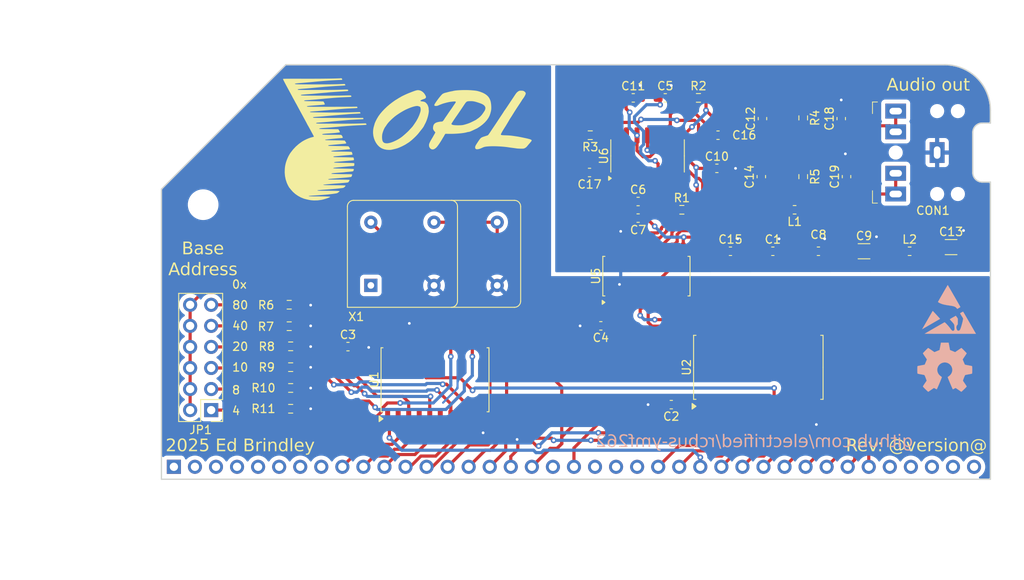
<source format=kicad_pcb>
(kicad_pcb (version 20241229) (generator "pcbnew") (generator_version "9.0")
  (title_block (title "RCBUS YMF262 sound card") (date "@date@") (rev "@version@") (comment 4 "AISLER Project ID: NAXDHHCF"))
  (layers (0 "F.Cu" signal "Front") (2 "B.Cu" signal "Back") (13 "F.Paste" user) (15 "B.Paste" user) (5 "F.SilkS" user "F.Silkscreen") (7 "B.SilkS" user "B.Silkscreen") (1 "F.Mask" user) (3 "B.Mask" user) (25 "Edge.Cuts" user))
  (net 0 "")
  (net 1 "VCC")
  (net 2 "GND")
  (net 3 "/CLK")
  (net 4 "/D0")
  (net 5 "/D1")
  (net 6 "/D2")
  (net 7 "/D3")
  (net 8 "/D4")
  (net 9 "/D5")
  (net 10 "/D6")
  (net 11 "/D7")
  (net 12 "/A1")
  (net 13 "/A4")
  (net 14 "/A3")
  (net 15 "/A2")
  (net 16 "/A5")
  (net 17 "/A6")
  (net 18 "/A7")
  (net 19 "/A0")
  (net 20 "/~{CS}")
  (net 21 "/~{RESET}")
  (net 22 "/~{WR}")
  (net 23 "/~{IORQ}")
  (net 24 "/~{RD}")
  (net 26 "/DAC_CLK")
  (net 27 "/~{INT}")
  (net 44 "/R")
  (net 45 "/L")
  (net 47 "/SMPBD")
  (net 48 "/DOAB")
  (net 49 "/SMPAC")
  (net 51 "Net-(U5-SWIN)")
  (net 53 "Net-(U5-AOUT)")
  (net 54 "Net-(U5-CV)")
  (net 55 "Net-(U6B--)")
  (net 56 "Net-(U5-MP)")
  (net 57 "Net-(U5-CH2)")
  (net 58 "Net-(U5-CH1)")
  (net 59 "+5V")
  (net 60 "+5VA")
  (net 61 "Net-(C8-Pad1)")
  (net 62 "Net-(C12-Pad2)")
  (net 63 "Net-(C14-Pad2)")
  (net 64 "Net-(U6C--)")
  (net 65 "Net-(U6D--)")
  (net 66 "Net-(C18-Pad1)")
  (net 67 "Net-(C19-Pad1)")
  (net 69 "Net-(JP1-Pin_1)")
  (net 70 "Net-(JP1-Pin_9)")
  (net 71 "Net-(JP1-Pin_7)")
  (net 72 "Net-(JP1-Pin_11)")
  (net 73 "Net-(JP1-Pin_3)")
  (net 74 "Net-(JP1-Pin_5)")
  (footprint "Capacitor_SMD:C_0603_1608Metric_Pad1.08x0.95mm_HandSolder" (layer "F.Cu") (at 122 155.5 180)
    (property "Reference" "C2")
    (property "Value" "0.1uF")
  )
  (footprint "Capacitor_SMD:C_0603_1608Metric_Pad1.08x0.95mm_HandSolder" (layer "F.Cu") (at 113.5 146 180)
    (property "Reference" "C4")
    (property "Value" "0.1uF")
  )
  (footprint "electrified:Headphone_Jack_3.5mm_5_pin" (layer "F.Cu") (at 149.069 125.095 180)
    (property "Reference" "CON1")
    (property "Value" "SJ1-3523N")
  )
  (footprint "Connector_PinHeader_2.54mm:PinHeader_2x06_P2.54mm_Vertical" (layer "F.Cu") (at 66.5 156.16 180)
    (property "Reference" "JP1")
    (property "Value" "BASE ADDRESS")
  )
  (footprint "electrified:Oscillator_DIP-8-14" (layer "F.Cu") (at 93.38 137.48)
    (property "Reference" "X1" (hide yes))
    (property "Value" "14.318MHz" (hide yes))
  )
  (footprint "MountingHole:MountingHole_3.2mm_M3" (layer "F.Cu") (at 65.532 131.382)
    (property "Reference" "H1" (hide yes))
    (property "Value" "MountingHole")
  )
  (footprint "electrified:PinHeader_1x39_P2.54mm_Vertical" (layer "F.Cu") (at 62 163 90)
    (property "Reference" "P1" (hide yes))
    (property "Value" "RC2014 BUS")
  )
  (footprint "Package_SO:SOIC-20W_7.5x12.8mm_P1.27mm" (layer "F.Cu") (at 93.5 152.5 90)
    (property "Reference" "U1")
    (property "Value" "74HCT688")
  )
  (footprint "Capacitor_SMD:C_0603_1608Metric_Pad1.08x0.95mm_HandSolder" (layer "F.Cu") (at 121.275 118.5)
    (property "Reference" "C5")
    (property "Value" "68pf")
  )
  (footprint "Capacitor_SMD:C_0603_1608Metric_Pad1.08x0.95mm_HandSolder" (layer "F.Cu") (at 118 131)
    (property "Reference" "C6")
    (property "Value" "10uF")
  )
  (footprint "Capacitor_SMD:C_0603_1608Metric_Pad1.08x0.95mm_HandSolder" (layer "F.Cu") (at 118 133 180)
    (property "Reference" "C7")
    (property "Value" "0.1uF")
  )
  (footprint "Package_SO:SOP-24_7.5x15.4mm_P1.27mm" (layer "F.Cu") (at 132.5 151 90)
    (property "Reference" "U2")
    (property "Value" "YMF262")
  )
  (footprint "Capacitor_SMD:C_0603_1608Metric_Pad1.08x0.95mm_HandSolder" (layer "F.Cu") (at 83 148.5)
    (property "Reference" "C3")
    (property "Value" "0.1uF")
  )
  (footprint "Inductor_SMD:L_0603_1608Metric_Pad1.05x0.95mm_HandSolder" (layer "F.Cu") (at 150.75 137)
    (property "Reference" "L2")
    (property "Value" "33uH")
  )
  (footprint "Package_SO:SOP-16_4.55x10.3mm_P1.27mm" (layer "F.Cu") (at 119 140 90)
    (property "Reference" "U5")
    (property "Value" "YAC512")
  )
  (footprint "Capacitor_SMD:C_0603_1608Metric_Pad1.08x0.95mm_HandSolder" (layer "F.Cu") (at 134.25 137)
    (property "Reference" "C1")
    (property "Value" "10nF")
  )
  (footprint "electrified:opl" (layer "F.Cu") (at 95.5 121)
    (property "Reference" "G2" (hide yes))
    (property "Value" "LOGO" (hide yes))
  )
  (footprint "Resistor_SMD:R_0603_1608Metric_Pad0.98x0.95mm_HandSolder" (layer "F.Cu") (at 76.0875 156 180)
    (property "Reference" "R11")
    (property "Value" "R_Small")
  )
  (footprint "Capacitor_SMD:C_0603_1608Metric_Pad1.08x0.95mm_HandSolder" (layer "F.Cu") (at 127.6375 123 180)
    (property "Reference" "C16")
    (property "Value" "470pF")
  )
  (footprint "Resistor_SMD:R_0603_1608Metric_Pad0.98x0.95mm_HandSolder" (layer "F.Cu") (at 137.9125 120.9125 -90)
    (property "Reference" "R4")
    (property "Value" "1K")
  )
  (footprint "Capacitor_SMD:C_0603_1608Metric_Pad1.08x0.95mm_HandSolder" (layer "F.Cu") (at 127.5 127)
    (property "Reference" "C10")
    (property "Value" "2.7nf")
  )
  (footprint "Resistor_SMD:R_0603_1608Metric_Pad0.98x0.95mm_HandSolder" (layer "F.Cu") (at 76.0875 153.49 180)
    (property "Reference" "R10")
    (property "Value" "R_Small")
  )
  (footprint "Resistor_SMD:R_0603_1608Metric_Pad0.98x0.95mm_HandSolder" (layer "F.Cu") (at 112.225 123 180)
    (property "Reference" "R3")
    (property "Value" "15k")
  )
  (footprint "Capacitor_SMD:C_0603_1608Metric_Pad1.08x0.95mm_HandSolder" (layer "F.Cu") (at 142.5 121 90)
    (property "Reference" "C18")
    (property "Value" "3.9nF")
  )
  (footprint "Resistor_SMD:R_0603_1608Metric_Pad0.98x0.95mm_HandSolder" (layer "F.Cu") (at 123.275 132)
    (property "Reference" "R1")
    (property "Value" "33")
  )
  (footprint "Resistor_SMD:R_0603_1608Metric_Pad0.98x0.95mm_HandSolder" (layer "F.Cu") (at 125.275 118.5)
    (property "Reference" "R2")
    (property "Value" "15k")
  )
  (footprint "Resistor_SMD:R_0603_1608Metric_Pad0.98x0.95mm_HandSolder" (layer "F.Cu") (at 76.0875 148.47 180)
    (property "Reference" "R8")
    (property "Value" "R_Small")
  )
  (footprint "Resistor_SMD:R_0603_1608Metric_Pad0.98x0.95mm_HandSolder" (layer "F.Cu") (at 75.9125 143.45 180)
    (property "Reference" "R6")
    (property "Value" "R_Small")
  )
  (footprint "Capacitor_SMD:C_0603_1608Metric_Pad1.08x0.95mm_HandSolder" (layer "F.Cu") (at 117.4125 118.5)
    (property "Reference" "C11")
    (property "Value" "2.7nf")
  )
  (footprint "Resistor_SMD:R_0603_1608Metric_Pad0.98x0.95mm_HandSolder" (layer "F.Cu") (at 75.9125 146.04 180)
    (property "Reference" "R7")
    (property "Value" "R_Small")
  )
  (footprint "Package_SO:SOIC-14_3.9x8.7mm_P1.27mm" (layer "F.Cu") (at 119.1375 125.5 90)
    (property "Reference" "U6")
    (property "Value" "TL074")
  )
  (footprint "electrified:adlib2" (layer "F.Cu") (at 79.636988 123.248512)
    (property "Reference" "G1" (hide yes))
    (property "Value" "LOGO" (hide yes))
  )
  (footprint "Capacitor_SMD:C_0603_1608Metric_Pad1.08x0.95mm_HandSolder" (layer "F.Cu") (at 132.8625 128 90)
    (property "Reference" "C14")
    (property "Value" "10uf")
  )
  (footprint "Capacitor_SMD:C_1206_3216Metric" (layer "F.Cu") (at 145.25 137)
    (property "Reference" "C9")
    (property "Value" "10uF")
  )
  (footprint "Resistor_SMD:R_0603_1608Metric_Pad0.98x0.95mm_HandSolder" (layer "F.Cu") (at 76.0875 150.98 180)
    (property "Reference" "R9")
    (property "Value" "R_Small")
  )
  (footprint "Capacitor_SMD:C_1206_3216Metric" (layer "F.Cu") (at 155.75 136.5)
    (property "Reference" "C13")
    (property "Value" "10uF")
  )
  (footprint "Capacitor_SMD:C_0603_1608Metric_Pad1.08x0.95mm_HandSolder" (layer "F.Cu") (at 143.1375 128 90)
    (property "Reference" "C19")
    (property "Value" "3.9nF")
  )
  (footprint "Capacitor_SMD:C_0603_1608Metric_Pad1.08x0.95mm_HandSolder" (layer "F.Cu") (at 133 121 90)
    (property "Reference" "C12")
    (property "Value" "10uf")
  )
  (footprint "Resistor_SMD:R_0603_1608Metric_Pad0.98x0.95mm_HandSolder" (layer "F.Cu") (at 137.9125 128 -90)
    (property "Reference" "R5")
    (property "Value" "1K")
  )
  (footprint "Capacitor_SMD:C_0603_1608Metric_Pad1.08x0.95mm_HandSolder" (layer "F.Cu") (at 129.1375 137)
    (property "Reference" "C15")
    (property "Value" "100nf")
  )
  (footprint "Capacitor_SMD:C_0603_1608Metric_Pad1.08x0.95mm_HandSolder" (layer "F.Cu") (at 139.75 137)
    (property "Reference" "C8")
    (property "Value" "100nF")
  )
  (footprint "Inductor_SMD:L_0603_1608Metric_Pad1.05x0.95mm_HandSolder" (layer "F.Cu") (at 136.875 132 180)
    (property "Reference" "L1")
    (property "Value" "BLM18PG221SN1D")
  )
  (footprint "Capacitor_SMD:C_0603_1608Metric_Pad1.08x0.95mm_HandSolder" (layer "F.Cu") (at 112.1375 127.5 180)
    (property "Reference" "C17")
    (property "Value" "470pF")
  )
  (footprint "Symbol:OSHW-Symbol_6.7x6mm_SilkScreen" (layer "B.Cu") (at 155 151 180)
    (property "Reference" "G3" (hide yes))
    (property "Value" "OSHW-Symbol_6.7x6mm_SilkScreen" (hide yes))
  )
  (footprint "Symbol:ESD-Logo_6.6x6mm_SilkScreen" (layer "B.Cu") (at 155.5 144 180)
    (property "Reference" "G4" (hide yes))
    (property "Value" "ESD-Logo_6.6x6mm_SilkScreen" (hide yes))
  )
  (gr_line (start 158.369 122.682) (end 158.369 127.508) (stroke (width 0.15)) (layer "Edge.Cuts"))
  (gr_line (start 160.5 121.539) (end 160.5 120) (stroke (width 0.15)) (layer "Edge.Cuts"))
  (gr_line (start 155 114.5) (end 75.5 114.5) (stroke (width 0.15)) (layer "Edge.Cuts"))
  (gr_arc (start 155 114.5) (mid 158.889087 116.110913) (end 160.5 120) (stroke (width 0.15)) (layer "Edge.Cuts"))
  (gr_line (start 160.5 121.539) (end 159.512 121.539) (stroke (width 0.15)) (layer "Edge.Cuts"))
  (gr_line (start 160.5 128.651) (end 159.512 128.651) (stroke (width 0.15)) (layer "Edge.Cuts"))
  (gr_line (start 60.5 129.5) (end 75.5 114.5) (stroke (width 0.15)) (layer "Edge.Cuts"))
  (gr_line (start 60.5 129.5) (end 60.5 164.5) (stroke (width 0.15)) (layer "Edge.Cuts"))
  (gr_arc (start 159.512 128.651) (mid 158.703777 128.316223) (end 158.369 127.508) (stroke (width 0.15)) (layer "Edge.Cuts"))
  (gr_line (start 160.5 164.5) (end 160.5 128.651) (stroke (width 0.15)) (layer "Edge.Cuts"))
  (gr_line (start 60.5 164.5) (end 160.5 164.5) (stroke (width 0.15)) (layer "Edge.Cuts"))
  (gr_arc (start 158.369 122.682) (mid 158.703777 121.873777) (end 159.512 121.539) (stroke (width 0.15)) (layer "Edge.Cuts"))
  (gr_text "Audio out" (at 153 117 0) (layer "F.SilkS") (effects (font (size 1.5 1.5))))
  (gr_text "Rev: @version@" (at 160.1 160.5 0) (layer "F.SilkS") (effects (font (size 1.5 1.5) (thickness 0.3)) (justify right)))
  (gr_text "2025 Ed Brindley" (at 61 160.5 0) (layer "F.SilkS") (effects (font (size 1.5 1.5) (thickness 0.3)) (justify left)))
  (gr_text "10" (at 70 151 0) (layer "F.SilkS") (effects (font (size 1 1))))
  (gr_text "Base\nAddress" (at 65.5 138 0) (layer "F.SilkS") (effects (font (size 1.5 1.5) (thickness 0.1875))))
  (gr_text "80" (at 70 143.5 0) (layer "F.SilkS") (effects (font (size 1 1))))
  (gr_text "20" (at 70 148.5 0) (layer "F.SilkS") (effects (font (size 1 1))))
  (gr_text "8" (at 69.5 153.75 0) (layer "F.SilkS") (effects (font (size 1 1))))
  (gr_text "4" (at 69.5 156.25 0) (layer "F.SilkS") (effects (font (size 1 1))))
  (gr_text "0x" (at 69.9 141 0) (layer "F.SilkS") (effects (font (size 1 1))))
  (gr_text "40" (at 70 146 0) (layer "F.SilkS") (effects (font (size 1 1))))
  (gr_text "github.com/electrified/rcbus-ymf262" (at 132 160 0) (layer "B.SilkS") (effects (font (size 1.5 1.5) (thickness 0.1875)) (justify mirror)))
  (segment (start 63.96 143.46) (end 63.96 156.16) (width 0.381) (layer "F.Cu") (net 1))
  (segment (start 82.1375 148.445604) (end 83.194104 147.389) (width 0.381) (layer "F.Cu") (net 1))
  (segment (start 82.1375 146.023948) (end 78.087552 141.974) (width 0.381) (layer "F.Cu") (net 1))
  (segment (start 100.95344 145.554) (end 91.69084 145.554) (width 0.381) (layer "F.Cu") (net 1))
  (segment (start 65.446 141.974) (end 63.96 143.46) (width 0.381) (layer "F.Cu") (net 1))
  (segment (start 111.18 157) (end 124.165 157) (width 0.381) (layer "F.Cu") (net 1))
  (segment (start 90.82084 144.684) (end 89.926001 144.684) (width 0.381) (layer "F.Cu") (net 1))
  (segment (start 108.785676 160.21225) (end 108.785676 153.386236) (width 0.381) (layer "F.Cu") (net 1))
  (segment (start 82.1375 148.5) (end 82.1375 146.023948) (width 0.381) (layer "F.Cu") (net 1))
  (segment (start 108.785676 153.386236) (end 100.95344 145.554) (width 0.381) (layer "F.Cu") (net 1))
  (segment (start 78.087552 141.974) (end 65.446 141.974) (width 0.381) (layer "F.Cu") (net 1))
  (segment (start 107.395324 160.784676) (end 108.211836 160.784676) (width 0.381) (layer "F.Cu") (net 1))
  (segment (start 107.394324 160.785676) (end 108.21225 160.785676) (width 0.381) (layer "F.Cu") (net 1))
  (segment (start 108.21225 160.785676) (end 108.785676 160.21225) (width 0.381) (layer "F.Cu") (net 1))
  (segment (start 108.784676 159.395324) (end 111.18 157) (width 0.381) (layer "F.Cu") (net 1))
  (segment (start 108.211836 160.784676) (end 108.784676 160.211836) (width 0.381) (layer "F.Cu") (net 1))
  (segment (start 122.8625 155.5) (end 125.365 155.5) (width 0.381) (layer "F.Cu") (net 1))
  (segment (start 87.785 146.825001) (end 87.785 147.85) (width 0.381) (layer "F.Cu") (net 1))
  (segment (start 105.18 163) (end 107.395324 160.784676) (width 0.381) (layer "F.Cu") (net 1))
  (segment (start 87.785 147.85) (end 87.785 135.525) (width 0.381) (layer "F.Cu") (net 1))
  (segment (start 124.165 157) (end 125.515 155.65) (width 0.381) (layer "F.Cu") (net 1))
  (segment (start 125.365 155.5) (end 125.515 155.65) (width 0.381) (layer "F.Cu") (net 1))
  (segment (start 87.324 147.389) (end 87.785 147.85) (width 0.381) (layer "F.Cu") (net 1))
  (segment (start 87.785 135.525) (end 85.76 133.5) (width 0.381) (layer "F.Cu") (net 1))
  (segment (start 105.18 163) (end 107.394324 160.785676) (width 0.381) (layer "F.Cu") (net 1))
  (segment (start 108.784676 160.211836) (end 108.784676 159.395324) (width 0.381) (layer "F.Cu") (net 1))
  (segment (start 83.194104 147.389) (end 87.324 147.389) (width 0.381) (layer "F.Cu") (net 1))
  (segment (start 89.926001 144.684) (end 87.785 146.825001) (width 0.381) (layer "F.Cu") (net 1))
  (segment (start 91.69084 145.554) (end 90.82084 144.684) (width 0.381) (layer "F.Cu") (net 1))
  (segment (start 76.825 146.04) (end 78.46 146.04) (width 0.381) (layer "F.Cu") (net 2))
  (segment (start 135.1125 137) (end 135.1125 135.6125) (width 0.381) (layer "F.Cu") (net 2))
  (segment (start 122.1375 118.5) (end 122.1375 117.1375) (width 0.381) (layer "F.Cu") (net 2))
  (segment (start 112.6375 146) (end 111 146) (width 0.381) (layer "F.Cu") (net 2))
  (segment (start 118.8625 131) (end 118.8625 131.220604) (width 0.381) (layer "F.Cu") (net 2))
  (segment (start 77 153.49) (end 78.49 153.49) (width 0.381) (layer "F.Cu") (net 2))
  (segment (start 78.49 153.49) (end 78.5 153.5) (width 0.381) (layer "F.Cu") (net 2))
  (segment (start 102.64 161.75) (end 103.49 160.9) (width 0.381) (layer "F.Cu") (net 2))
  (segment (start 157.225 134.525) (end 157.25 134.5) (width 0.381) (layer "F.Cu") (net 2))
  (segment (start 77 156) (end 78.5 156) (width 0.381) (layer "F.Cu") (net 2))
  (segment (start 139.485 155.65) (end 139.485 157.885) (width 0.381) (layer "F.Cu") (net 2))
  (segment (start 143.1375 125.3875) (end 143 125.25) (width 0.381) (layer "F.Cu") (net 2))
  (segment (start 76.825 143.45) (end 78.45 143.45) (width 0.381) (layer "F.Cu") (net 2))
  (segment (start 102.64 163) (end 102.64 161.75) (width 0.381) (layer "F.Cu") (net 2))
  (segment (start 122.1375 117.1375) (end 122 117) (width 0.381) (layer "F.Cu") (net 2))
  (segment (start 130 137) (end 130 135.5) (width 0.381) (layer "F.Cu") (net 2))
  (segment (start 146.725 137) (end 146.725 135.275) (width 0.381) (layer "F.Cu") (net 2))
  (segment (start 78.45 143.45) (end 78.5 143.5) (width 0.381) (layer "F.Cu") (net 2))
  (segment (start 118.8625 131.220604) (end 117.1375 132.945604) (width 0.381) (layer "F.Cu") (net 2))
  (segment (start 115.75 141) (end 115.75 143.175) (width 0.381) (layer "F.Cu") (net 2))
  (segment (start 78.48 150.98) (end 78.5 151) (width 0.381) (layer "F.Cu") (net 2))
  (segment (start 103.49 160.9) (end 103.49 159.79) (width 0.381) (layer "F.Cu") (net 2))
  (segment (start 77 150.98) (end 78.48 150.98) (width 0.381) (layer "F.Cu") (net 2))
  (segment (start 119.1375 123.025) (end 119.1375 124.7625) (width 0.381) (layer "F.Cu") (net 2))
  (segment (start 128.3625 127) (end 129.75 127) (width 0.381) (layer "F.Cu") (net 2))
  (segment (start 142.5 120.1375) (end 142.5 118.75) (width 0.381) (layer "F.Cu") (net 2))
  (segment (start 99.215 157.15) (end 99.215 158.815) (width 0.381) (layer "F.Cu") (net 2))
  (segment (start 115.75 143.175) (end 115.825 143.25) (width 0.381) (layer "F.Cu") (net 2))
  (segment (start 140.6125 135.6125) (end 140.5 135.5) (width 0.381) (layer "F.Cu") (net 2))
  (segment (start 143.1375 127.1375) (end 143.1375 125.3875) (width 0.381) (layer "F.Cu") (net 2))
  (segment (start 119.1375 124.7625) (end 119.1 124.8) (width 0.381) (layer "F.Cu") (net 2))
  (segment (start 121.1375 155.5) (end 119.2 155.5) (width 0.381) (layer "F.Cu") (net 2))
  (segment (start 90.325 147.85) (end 91.595 147.85) (width 0.381) (layer "F.Cu") (net 2))
  (segment (start 85.4 148.5) (end 85.5 148.6) (width 0.381) (layer "F.Cu") (net 2))
  (segment (start 115.9 133.7) (end 115.9 134.6) (width 0.381) (layer "F.Cu") (net 2))
  (segment (start 139.485 157.885) (end 139.5 157.9) (width 0.381) (layer "F.Cu") (net 2))
  (segment (start 116.6 133) (end 115.9 133.7) (width 0.381) (layer "F.Cu") (net 2))
  (segment (start 78.47 148.47) (end 78.5 148.5) (width 0.381) (layer "F.Cu") (net 2))
  (segment (start 91.595 147.85) (end 94.135 147.85) (width 0.381) (layer "F.Cu") (net 2))
  (segment (start 118.275 118.5) (end 118.275 117.025) (width 0.381) (layer "F.Cu") (net 2))
  (segment (start 78.46 146.04) (end 78.5 146) (width 0.381) (layer "F.Cu") (net 2))
  (segment (start 90.325 145.775) (end 90.4 145.7) (width 0.381) (layer "F.Cu") (net 2))
  (segment (start 117.1375 133) (end 116.6 133) (width 0.381) (layer "F.Cu") (net 2))
  (segment (start 146.725 135.275) (end 146.75 135.25) (width 0.381) (layer "F.Cu") (net 2))
  (segment (start 83.8625 148.5) (end 85.4 148.5) (width 0.381) (layer "F.Cu") (net 2))
  (segment (start 77 148.47) (end 78.47 148.47) (width 0.381) (layer "F.Cu") (net 2))
  (segment (start 140.6125 137) (end 140.6125 135.6125) (width 0.381) (layer "F.Cu") (net 2))
  (segment (start 90.325 147.85) (end 90.325 145.775) (width 0.381) (layer "F.Cu") (net 2))
  (segment (start 135.1125 135.6125) (end 135 135.5) (width 0.381) (layer "F.Cu") (net 2))
  (segment (start 103.49 159.79) (end 103.4 159.7) (width 0.381) (layer "F.Cu") (net 2))
  (segment (start 157.225 136.5) (end 157.225 134.525) (width 0.381) (layer "F.Cu") (net 2))
  (segment (start 118.275 117.025) (end 118.25 117) (width 0.381) (layer "F.Cu") (net 2))
  (segment (start 99.215 158.815) (end 99.3 158.9) (width 0.381) (layer "F.Cu") (net 2))
  (via (at 118.25 117) (size 0.6858) (drill 0.3302) (layers "F.Cu" "B.Cu") (net 2))
  (via (at 78.5 146) (size 0.6858) (drill 0.3302) (layers "F.Cu" "B.Cu") (net 2))
  (via (at 130 135.5) (size 0.6858) (drill 0.3302) (layers "F.Cu" "B.Cu") (net 2))
  (via (at 146.75 135.25) (size 0.6858) (drill 0.3302) (layers "F.Cu" "B.Cu") (net 2))
  (via (at 119.2 155.5) (size 0.6858) (drill 0.3302) (layers "F.Cu" "B.Cu") (net 2))
  (via (at 129.75 127) (size 0.6858) (drill 0.3302) (layers "F.Cu" "B.Cu") (net 2))
  (via (at 78.5 151) (size 0.6858) (drill 0.3302) (layers "F.Cu" "B.Cu") (net 2))
  (via (at 115.9 134.6) (size 0.6858) (drill 0.3302) (layers "F.Cu" "B.Cu") (net 2))
  (via (at 111 146) (size 0.6858) (drill 0.3302) (layers "F.Cu" "B.Cu") (net 2))
  (via (at 122 117) (size 0.6858) (drill 0.3302) (layers "F.Cu" "B.Cu") (net 2))
  (via (at 139.5 157.9) (size 0.6858) (drill 0.3302) (layers "F.Cu" "B.Cu") (net 2))
  (via (at 143 125.25) (size 0.6858) (drill 0.3302) (layers "F.Cu" "B.Cu") (net 2))
  (via (at 157.25 134.5) (size 0.6858) (drill 0.3302) (layers "F.Cu" "B.Cu") (net 2))
  (via (at 142.5 118.75) (size 0.6858) (drill 0.3302) (layers "F.Cu" "B.Cu") (net 2))
  (via (at 85.5 148.6) (size 0.6858) (drill 0.3302) (layers "F.Cu" "B.Cu") (net 2))
  (via (at 99.3 158.9) (size 0.6858) (drill 0.3302) (layers "F.Cu" "B.Cu") (net 2))
  (via (at 115.75 141) (size 0.6858) (drill 0.3302) (layers "F.Cu" "B.Cu") (net 2))
  (via (at 140.5 135.5) (size 0.6858) (drill 0.3302) (layers "F.Cu" "B.Cu") (net 2))
  (via (at 78.5 156) (size 0.6858) (drill 0.3302) (layers "F.Cu" "B.Cu") (net 2))
  (via (at 78.5 148.5) (size 0.6858) (drill 0.3302) (layers "F.Cu" "B.Cu") (net 2))
  (via (at 103.4 159.7) (size 0.6858) (drill 0.3302) (layers "F.Cu" "B.Cu") (net 2))
  (via (at 78.5 153.5) (size 0.6858) (drill 0.3302) (layers "F.Cu" "B.Cu") (net 2))
  (via (at 78.5 143.5) (size 0.6858) (drill 0.3302) (layers "F.Cu" "B.Cu") (net 2))
  (via (at 119.1 124.8) (size 0.6858) (drill 0.3302) (layers "F.Cu" "B.Cu") (net 2))
  (via (at 90.4 145.7) (size 0.6858) (drill 0.3302) (layers "F.Cu" "B.Cu") (net 2))
  (via (at 135 135.5) (size 0.6858) (drill 0.3302) (layers "F.Cu" "B.Cu") (net 2))
  (segment (start 115.9 140.85) (end 115.9 134.6) (width 0.381) (layer "B.Cu") (net 2))
  (segment (start 115.75 141) (end 115.9 140.85) (width 0.381) (layer "B.Cu") (net 2))
  (segment (start 114.576255 147.723745) (end 114.55251 147.7) (width 0.381) (layer "F.Cu") (net 3))
  (segment (start 101 137.3) (end 101 133.5) (width 0.381) (layer "F.Cu") (net 3))
  (segment (start 93.38 133.5) (end 101 133.5) (width 0.381) (layer "F.Cu") (net 3))
  (segment (start 124.2528 147.6122) (end 119.452596 147.6122) (width 0.381) (layer "F.Cu") (net 3))
  (segment (start 119.452596 147.6122) (end 118.476396 146.636) (width 0.381) (layer "F.Cu") (net 3))
  (segment (start 125.515 146.35) (end 124.2528 147.6122) (width 0.381) (layer "F.Cu") (net 3))
  (segment (start 111.4 147.7) (end 101 137.3) (width 0.381) (layer "F.Cu") (net 3))
  (segment (start 118.476396 146.636) (end 115.664 146.636) (width 0.381) (layer "F.Cu") (net 3))
  (segment (start 114.55251 147.7) (end 111.4 147.7) (width 0.381) (layer "F.Cu") (net 3))
  (segment (start 115.664 146.636) (end 114.576255 147.723745) (width 0.381) (layer "F.Cu") (net 3))
  (segment (start 132.153298 161) (end 136.945 156.208298) (width 0.381) (layer "F.Cu") (net 4))
  (segment (start 130.04 161) (end 132.153298 161) (width 0.381) (layer "F.Cu") (net 4))
  (segment (start 128.04 163) (end 130.04 161) (width 0.381) (layer "F.Cu") (net 4))
  (segment (start 133.160499 161.7045) (end 138.215 156.649999) (width 0.381) (layer "F.Cu") (net 5))
  (segment (start 130.58 163) (end 131.8755 161.7045) (width 0.381) (layer "F.Cu") (net 5))
  (segment (start 138.215 156.649999) (end 138.215 155.65) (width 0.381) (layer "F.Cu") (net 5))
  (segment (start 131.8755 161.7045) (end 133.160499 161.7045) (width 0.381) (layer "F.Cu") (net 5))
  (segment (start 137.3945 158.7255) (end 139.841934 158.7255) (width 0.381) (layer "F.Cu") (net 6))
  (segment (start 139.485 153.217566) (end 139.485 146.35) (width 0.381) (layer "F.Cu") (net 6))
  (segment (start 140.7255 157.841934) (end 140.7255 154.458066) (width 0.381) (layer "F.Cu") (net 6))
  (segment (start 140.7255 154.458066) (end 139.485 153.217566) (width 0.381) (layer "F.Cu") (net 6))
  (segment (start 139.841934 158.7255) (end 140.7255 157.841934) (width 0.381) (layer "F.Cu") (net 6))
  (segment (start 133.12 163) (end 137.3945 158.7255) (width 0.381) (layer "F.Cu") (net 6))
  (segment (start 141.3605 154.19504) (end 140.8415 153.67604) (width 0.381) (layer "F.Cu") (net 7))
  (segment (start 138.5955 144.9045) (end 138.215 145.285) (width 0.381) (layer "F.Cu") (net 7))
  (segment (start 140.10496 159.3605) (end 141.3605 158.10496) (width 0.381) (layer "F.Cu") (net 7))
  (segment (start 135.66 163) (end 139.2995 159.3605) (width 0.381) (layer "F.Cu") (net 7))
  (segment (start 138.215 145.285) (end 138.215 146.35) (width 0.381) (layer "F.Cu") (net 7))
  (segment (start 140.8415 153.67604) (end 140.8415 145.878202) (width 0.381) (layer "F.Cu") (net 7))
  (segment (start 139.2995 159.3605) (end 140.10496 159.3605) (width 0.381) (layer "F.Cu") (net 7))
  (segment (start 139.867798 144.9045) (end 138.5955 144.9045) (width 0.381) (layer "F.Cu") (net 7))
  (segment (start 140.8415 145.878202) (end 139.867798 144.9045) (width 0.381) (layer "F.Cu") (net 7))
  (segment (start 141.3605 158.10496) (end 141.3605 154.19504) (width 0.381) (layer "F.Cu") (net 7))
  (segment (start 136.945 145.350001) (end 136.945 146.35) (width 0.381) (layer "F.Cu") (net 8))
  (segment (start 141.9955 155.632014) (end 141.9955 153.932014) (width 0.381) (layer "F.Cu") (net 8))
  (segment (start 138.2 163) (end 142.1955 159.0045) (width 0.381) (layer "F.Cu") (net 8))
  (segment (start 141.4775 145.616176) (end 140.129824 144.2685) (width 0.381) (layer "F.Cu") (net 8))
  (segment (start 141.4775 153.414014) (end 141.4775 145.616176) (width 0.381) (layer "F.Cu") (net 8))
  (segment (start 141.9955 153.932014) (end 141.4775 153.414014) (width 0.381) (layer "F.Cu") (net 8))
  (segment (start 142.1955 159.0045) (end 142.1955 155.832014) (width 0.381) (layer "F.Cu") (net 8))
  (segment (start 140.129824 144.2685) (end 138.026501 144.2685) (width 0.381) (layer "F.Cu") (net 8))
  (segment (start 142.1955 155.832014) (end 141.9955 155.632014) (width 0.381) (layer "F.Cu") (net 8))
  (segment (start 138.026501 144.2685) (end 136.945 145.350001) (width 0.381) (layer "F.Cu") (net 8))
  (segment (start 137.391501 143.6335) (end 135.675 145.350001) (width 0.381) (layer "F.Cu") (net 9))
  (segment (start 142.1125 153.150988) (end 142.1125 145.35315) (width 0.381) (layer "F.Cu") (net 9))
  (segment (start 140.39285 143.6335) (end 137.391501 143.6335) (width 0.381) (layer "F.Cu") (net 9))
  (segment (start 142.8305 155.568988) (end 142.6305 155.368988) (width 0.381) (layer "F.Cu") (net 9))
  (segment (start 135.675 145.350001) (end 135.675 146.35) (width 0.381) (layer "F.Cu") (net 9))
  (segment (start 142.6305 155.368988) (end 142.6305 153.668988) (width 0.381) (layer "F.Cu") (net 9))
  (segment (start 142.6305 153.668988) (end 142.1125 153.150988) (width 0.381) (layer "F.Cu") (net 9))
  (segment (start 140.74 163) (end 142.8305 160.9095) (width 0.381) (layer "F.Cu") (net 9))
  (segment (start 142.1125 145.35315) (end 140.39285 143.6335) (width 0.381) (layer "F.Cu") (net 9))
  (segment (start 142.8305 160.9095) (end 142.8305 155.568988) (width 0.381) (layer "F.Cu") (net 9))
  (segment (start 136.756501 142.9985) (end 134.405 145.350001) (width 0.381) (layer "F.Cu") (net 10))
  (segment (start 143.28 145.622624) (end 140.655876 142.9985) (width 0.381) (layer "F.Cu") (net 10))
  (segment (start 144.13 162.15) (end 144.13 155.970462) (width 0.381) (layer "F.Cu") (net 10))
  (segment (start 134.405 145.350001) (end 134.405 146.35) (width 0.381) (layer "F.Cu") (net 10))
  (segment (start 143.28 163) (end 144.13 162.15) (width 0.381) (layer "F.Cu") (net 10))
  (segment (start 140.655876 142.9985) (end 136.756501 142.9985) (width 0.381) (layer "F.Cu") (net 10))
  (segment (start 144.13 155.970462) (end 143.28 155.120462) (width 0.381) (layer "F.Cu") (net 10))
  (segment (start 143.28 155.120462) (end 143.28 145.622624) (width 0.381) (layer "F.Cu") (net 10))
  (segment (start 145.82 163) (end 145.82 147.263184) (width 0.381) (layer "F.Cu") (net 11))
  (segment (start 140.920316 142.3635) (end 136.121501 142.3635) (width 0.381) (layer "F.Cu") (net 11))
  (segment (start 133.135 145.350001) (end 133.135 146.35) (width 0.381) (layer "F.Cu") (net 11))
  (segment (start 136.121501 142.3635) (end 133.135 145.350001) (width 0.381) (layer "F.Cu") (net 11))
  (segment (start 145.82 147.263184) (end 140.920316 142.3635) (width 0.381) (layer "F.Cu") (net 11))
  (segment (start 102.623986 158.2395) (end 104.40496 158.2395) (width 0.381) (layer "F.Cu") (net 12))
  (segment (start 104.40496 158.2395) (end 105.722236 159.556776) (width 0.381) (layer "F.Cu") (net 12))
  (segment (start 100.167986 160.9955) (end 101.3955 159.767986) (width 0.381) (layer "F.Cu") (net 12))
  (segment (start 101.3955 159.767986) (end 101.3955 159.467986) (width 0.381) (layer "F.Cu") (net 12))
  (segment (start 101.3955 159.467986) (end 102.623986 158.2395) (width 0.381) (layer "F.Cu") (net 12))
  (segment (start 130.595 155.65) (end 130.595 156.956036) (width 0.381) (layer "F.Cu") (net 12))
  (segment (start 97.56 163) (end 99.5645 160.9955) (width 0.381) (layer "F.Cu") (net 12))
  (segment (start 127.74426 159.806776) (end 112.3 159.806776) (width 0.381) (layer "F.Cu") (net 12))
  (segment (start 105.722236 159.556776) (end 107.556776 159.556776) (width 0.381) (layer "F.Cu") (net 12))
  (segment (start 107.556776 159.556776) (end 107.806776 159.806776) (width 0.381) (layer "F.Cu") (net 12))
  (segment (start 130.595 156.956036) (end 127.74426 159.806776) (width 0.381) (layer "F.Cu") (net 12))
  (segment (start 99.5645 160.9955) (end 100.167986 160.9955) (width 0.381) (layer "F.Cu") (net 12))
  (via (at 112.3 159.806776) (size 0.6858) (drill 0.3302) (layers "F.Cu" "B.Cu") (net 12))
  (via (at 107.806776 159.806776) (size 0.6858) (drill 0.3302) (layers "F.Cu" "B.Cu") (net 12))
  (segment (start 107.806776 159.806776) (end 112.3 159.806776) (width 0.381) (layer "B.Cu") (net 12))
  (segment (start 96.675 157.15) (end 96.675 158.61486) (width 0.381) (layer "F.Cu") (net 13))
  (segment (start 91.7955 161.7045) (end 90.5 163) (width 0.381) (layer "F.Cu") (net 13))
  (segment (start 96.675 158.61486) (end 93.58536 161.7045) (width 0.381) (layer "F.Cu") (net 13))
  (segment (start 93.58536 161.7045) (end 91.7955 161.7045) (width 0.381) (layer "F.Cu") (net 13))
  (segment (start 98.858066 159.7255) (end 99.641934 159.7255) (width 0.381) (layer "F.Cu") (net 14))
  (segment (start 97.062386 159.1255) (end 98.258066 159.1255) (width 0.381) (layer "F.Cu") (net 14))
  (segment (start 92.48 163) (end 93.187886 163) (width 0.381) (layer "F.Cu") (net 14))
  (segment (start 93.187886 163) (end 97.062386 159.1255) (width 0.381) (layer "F.Cu") (net 14))
  (segment (start 100.1255 159.241934) (end 100.1255 151.4255) (width 0.381) (layer "F.Cu") (net 14))
  (segment (start 98.258066 159.1255) (end 98.858066 159.7255) (width 0.381) (layer "F.Cu") (net 14))
  (segment (start 99.641934 159.7255) (end 100.1255 159.241934) (width 0.381) (layer "F.Cu") (net 14))
  (segment (start 100.1255 151.4255) (end 99.215 150.515) (width 0.381) (layer "F.Cu") (net 14))
  (segment (start 99.215 150.515) (end 99.215 147.85) (width 0.381) (layer "F.Cu") (net 14))
  (segment (start 97.120501 146.3795) (end 96.675 146.825001) (width 0.381) (layer "F.Cu") (net 15))
  (segment (start 100.7605 159.20496) (end 102.135 157.83046) (width 0.381) (layer "F.Cu") (net 15))
  (segment (start 102.135 157.83046) (end 102.135 147.902994) (width 0.381) (layer "F.Cu") (net 15))
  (segment (start 95.02 163) (end 97.6595 160.3605) (width 0.381) (layer "F.Cu") (net 15))
  (segment (start 97.6595 160.3605) (end 99.90496 160.3605) (width 0.381) (layer "F.Cu") (net 15))
  (segment (start 99.90496 160.3605) (end 100.7605 159.50496) (width 0.381) (layer "F.Cu") (net 15))
  (segment (start 100.7605 159.50496) (end 100.7605 159.20496) (width 0.381) (layer "F.Cu") (net 15))
  (segment (start 100.611506 146.3795) (end 97.120501 146.3795) (width 0.381) (layer "F.Cu") (net 15))
  (segment (start 96.675 146.825001) (end 96.675 147.85) (width 0.381) (layer "F.Cu") (net 15))
  (segment (start 102.135 147.902994) (end 100.611506 146.3795) (width 0.381) (layer "F.Cu") (net 15))
  (segment (start 94 158.601974) (end 91.081974 161.52) (width 0.381) (layer "F.Cu") (net 16))
  (segment (start 91.081974 161.52) (end 88.88 161.52) (width 0.381) (layer "F.Cu") (net 16))
  (segment (start 94.135 157.15) (end 94 157.285) (width 0.381) (layer "F.Cu") (net 16))
  (segment (start 88.88 161.52) (end 87.4 163) (width 0.381) (layer "F.Cu") (net 16))
  (segment (start 94 157.285) (end 94 158.601974) (width 0.381) (layer "F.Cu") (net 16))
  (segment (start 91.46 158.824999) (end 89.399999 160.885) (width 0.381) (layer "F.Cu") (net 17))
  (segment (start 86.1555 161.7045) (end 84.86 163) (width 0.381) (layer "F.Cu") (net 17))
  (segment (start 89.399999 160.885) (end 88.616974 160.885) (width 0.381) (layer "F.Cu") (net 17))
  (segment (start 91.595 157.15) (end 91.46 157.285) (width 0.381) (layer "F.Cu") (net 17))
  (segment (start 87.797474 161.7045) (end 86.1555 161.7045) (width 0.381) (layer "F.Cu") (net 17))
  (segment (start 88.616974 160.885) (end 87.797474 161.7045) (width 0.381) (layer "F.Cu") (net 17))
  (segment (start 91.46 157.285) (end 91.46 158.824999) (width 0.381) (layer "F.Cu") (net 17))
  (segment (start 89.055 157.15) (end 89.055 159.558552) (width 0.381) (layer "F.Cu") (net 18))
  (segment (start 85.0326 160.2874) (end 82.32 163) (width 0.381) (layer "F.Cu") (net 18))
  (segment (start 89.055 159.558552) (end 88.326152 160.2874) (width 0.381) (layer "F.Cu") (net 18))
  (segment (start 88.326152 160.2874) (end 85.0326 160.2874) (width 0.381) (layer "F.Cu") (net 18))
  (segment (start 105.767434 160.5) (end 106 160.5) (width 0.381) (layer "F.Cu") (net 19))
  (segment (start 102.0305 159.867419) (end 103.023419 158.8745) (width 0.381) (layer "F.Cu") (net 19))
  (segment (start 129.325 155.65) (end 129.325 157.175) (width 0.381) (layer "F.Cu") (net 19))
  (segment (start 102.0305 161.0695) (end 102.0305 159.867419) (width 0.381) (layer "F.Cu") (net 19))
  (segment (start 100.1 163) (end 102.0305 161.0695) (width 0.381) (layer "F.Cu") (net 19))
  (segment (start 129.325 157.175) (end 127.6 158.9) (width 0.381) (layer "F.Cu") (net 19))
  (segment (start 104.141934 158.8745) (end 105.767434 160.5) (width 0.381) (layer "F.Cu") (net 19))
  (segment (start 127.6 158.9) (end 113.2 158.9) (width 0.381) (layer "F.Cu") (net 19))
  (segment (start 103.023419 158.8745) (end 104.141934 158.8745) (width 0.381) (layer "F.Cu") (net 19))
  (via (at 113.2 158.9) (size 0.6858) (drill 0.3302) (layers "F.Cu" "B.Cu") (net 19))
  (via (at 106 160.5) (size 0.6858) (drill 0.3302) (layers "F.Cu" "B.Cu") (net 19))
  (segment (start 107.6 158.9) (end 113.2 158.9) (width 0.381) (layer "B.Cu") (net 19))
  (segment (start 106 160.5) (end 107.6 158.9) (width 0.381) (layer "B.Cu") (net 19))
  (segment (start 96.504299 152.255961) (end 98.030945 153.782607) (width 0.381) (layer "F.Cu") (net 20))
  (segment (start 89.055 148.874999) (end 92.435962 152.255961) (width 0.381) (layer "F.Cu") (net 20))
  (segment (start 89.055 147.85) (end 89.055 148.874999) (width 0.381) (layer "F.Cu") (net 20))
  (segment (start 92.435962 152.255961) (end 96.504299 152.255961) (width 0.381) (layer "F.Cu") (net 20))
  (segment (start 134.405 153.5) (end 134.405 155.65) (width 0.381) (layer "F.Cu") (net 20))
  (via (at 134.405 153.5) (size 0.6858) (drill 0.3302) (layers "F.Cu" "B.Cu") (net 20))
  (via (at 98.030945 153.782607) (size 0.6858) (drill 0.3302) (layers "F.Cu" "B.Cu") (net 20))
  (segment (start 98.313552 153.5) (end 134.405 153.5) (width 0.381) (layer "B.Cu") (net 20))
  (segment (start 98.030945 153.782607) (end 98.313552 153.5) (width 0.381) (layer "B.Cu") (net 20))
  (segment (start 125.236934 157.0955) (end 127.9045 157.0955) (width 0.381) (layer "F.Cu") (net 21))
  (segment (start 124.506934 157.8255) (end 125.236934 157.0955) (width 0.381) (layer "F.Cu") (net 21))
  (segment (start 110.26 160.726448) (end 113.160948 157.8255) (width 0.381) (layer "F.Cu") (net 21))
  (segment (start 113.160948 157.8255) (end 124.506934 157.8255) (width 0.381) (layer "F.Cu") (net 21))
  (segment (start 110.26 163) (end 110.26 160.726448) (width 0.381) (layer "F.Cu") (net 21))
  (segment (start 128.055 156.945) (end 128.055 155.65) (width 0.381) (layer "F.Cu") (net 21))
  (segment (start 127.9045 157.0955) (end 128.055 156.945) (width 0.381) (layer "F.Cu") (net 21))
  (segment (start 127.241578 160.73) (end 127.784999 160.73) (width 0.381) (layer "F.Cu") (net 22))
  (segment (start 120.42 163) (end 122.978224 160.441776) (width 0.381) (layer "F.Cu") (net 22))
  (segment (start 127.784999 160.73) (end 131.865 156.649999) (width 0.381) (layer "F.Cu") (net 22))
  (segment (start 131.865 156.649999) (end 131.865 155.65) (width 0.381) (layer "F.Cu") (net 22))
  (segment (start 126.953354 160.441776) (end 127.241578 160.73) (width 0.381) (layer "F.Cu") (net 22))
  (segment (start 122.978224 160.441776) (end 126.953354 160.441776) (width 0.381) (layer "F.Cu") (net 22))
  (segment (start 88 159.5) (end 88 157.365) (width 0.381) (layer "F.Cu") (net 23))
  (segment (start 88 157.365) (end 87.785 157.15) (width 0.381) (layer "F.Cu") (net 23))
  (segment (start 125.5 163) (end 125.5 161.864176) (width 0.381) (layer "F.Cu") (net 23))
  (via (at 88 159.5) (size 0.6858) (drill 0.3302) (layers "F.Cu" "B.Cu") (net 23))
  (via (at 125.5 161.864176) (size 0.6858) (drill 0.3302) (layers "F.Cu" "B.Cu") (net 23))
  (segment (start 106.613552 161) (end 124.635824 161) (width 0.381) (layer "B.Cu") (net 23))
  (segment (start 105.673848 161.2874) (end 106.326152 161.2874) (width 0.381) (layer "B.Cu") (net 23))
  (segment (start 106.326152 161.2874) (end 106.613552 161) (width 0.381) (layer "B.Cu") (net 23))
  (segment (start 89.5 161) (end 105.386448 161) (width 0.381) (layer "B.Cu") (net 23))
  (segment (start 105.386448 161) (end 105.673848 161.2874) (width 0.381) (layer "B.Cu") (net 23))
  (segment (start 124.635824 161) (end 125.5 161.864176) (width 0.381) (layer "B.Cu") (net 23))
  (segment (start 88 159.5) (end 89.5 161) (width 0.381) (layer "B.Cu") (net 23))
  (segment (start 122.96 163) (end 124.883224 161.076776) (width 0.381) (layer "F.Cu") (net 24))
  (segment (start 133.135 156.649999) (end 133.135 155.65) (width 0.381) (layer "F.Cu") (net 24))
  (segment (start 126.690328 161.076776) (end 127.318052 161.7045) (width 0.381) (layer "F.Cu") (net 24))
  (segment (start 124.883224 161.076776) (end 126.690328 161.076776) (width 0.381) (layer "F.Cu") (net 24))
  (segment (start 127.318052 161.7045) (end 128.080499 161.7045) (width 0.381) (layer "F.Cu") (net 24))
  (segment (start 128.080499 161.7045) (end 133.135 156.649999) (width 0.381) (layer "F.Cu") (net 24))
  (segment (start 123.359212 146.0374) (end 119.673848 146.0374) (width 0.381) (layer "F.Cu") (net 26))
  (segment (start 126.339499 144.9045) (end 124.492112 144.9045) (width 0.381) (layer "F.Cu") (net 26))
  (segment (start 126.785 146.35) (end 126.785 145.350001) (width 0.381) (layer "F.Cu") (net 26))
  (segment (start 119.673848 146.0374) (end 119.2126 145.576152) (width 0.381) (layer "F.Cu") (net 26))
  (segment (start 126.785 145.350001) (end 126.339499 144.9045) (width 0.381) (layer "F.Cu") (net 26))
  (segment (start 124.492112 144.9045) (end 123.359212 146.0374) (width 0.381) (layer "F.Cu") (net 26))
  (segment (start 119.2126 143.6724) (end 119.635 143.25) (width 0.381) (layer "F.Cu") (net 26))
  (segment (start 119.2126 145.576152) (end 119.2126 143.6724) (width 0.381) (layer "F.Cu") (net 26))
  (segment (start 125.2874 123.54358) (end 125.2874 121.673848) (width 0.381) (layer "F.Cu") (net 44))
  (segment (start 112.233 122.0795) (end 114.382 122.0795) (width 0.381) (layer "F.Cu") (net 44))
  (segment (start 114.382 122.0795) (end 115.3275 123.025) (width 0.381) (layer "F.Cu") (net 44))
  (segment (start 124.826152 121.2126) (end 122.679208 121.2126) (width 0.381) (layer "F.Cu") (net 44))
  (segment (start 122.679208 121.2126) (end 122.6724 121.205792) (width 0.381) (layer "F.Cu") (net 44))
  (segment (start 115.3275 122.050001) (end 115.917167 121.460334) (width 0.381) (layer "F.Cu") (net 44))
  (segment (start 115.917167 121.460334) (end 117.991522 121.460334) (width 0.381) (layer "F.Cu") (net 44))
  (segment (start 111.275 127.5) (end 111.275 123.0375) (width 0.381) (layer "F.Cu") (net 44))
  (segment (start 127.82332 126.0795) (end 125.2874 123.54358) (width 0.381) (layer "F.Cu") (net 44))
  (segment (start 115.3275 123.025) (end 115.3275 122.050001) (width 0.381) (layer "F.Cu") (net 44))
  (segment (start 132.8625 128.8625) (end 130.0795 126.0795) (width 0.381) (layer "F.Cu") (net 44))
  (segment (start 111.3125 123) (end 112.233 122.0795) (width 0.381) (layer "F.Cu") (net 44))
  (segment (start 130.0795 126.0795) (end 127.82332 126.0795) (width 0.381) (layer "F.Cu") (net 44))
  (segment (start 125.2874 121.673848) (end 124.826152 121.2126) (width 0.381) (layer "F.Cu") (net 44))
  (segment (start 117.991522 121.460334) (end 118.3501 121.101756) (width 0.381) (layer "F.Cu") (net 44))
  (via (at 122.6724 121.205792) (size 0.6858) (drill 0.3302) (layers "F.Cu" "B.Cu") (net 44))
  (via (at 118.3501 121.101756) (size 0.6858) (drill 0.3302) (layers "F.Cu" "B.Cu") (net 44))
  (segment (start 122.6724 121.205792) (end 122.568364 121.101756) (width 0.381) (layer "B.Cu") (net 44))
  (segment (start 122.568364 121.101756) (end 118.3501 121.101756) (width 0.381) (layer "B.Cu") (net 44))
  (segment (start 131 123) (end 132.1375 121.8625) (width 0.381) (layer "F.Cu") (net 45))
  (segment (start 132.1375 121.8625) (end 133 121.8625) (width 0.381) (layer "F.Cu") (net 45))
  (segment (start 128.5 123) (end 128.5 122.3125) (width 0.381) (layer "F.Cu") (net 45))
  (segment (start 122.9475 123.025) (end 123.475 123.025) (width 0.381) (layer "F.Cu") (net 45))
  (segment (start 128.5 122.3125) (end 126.1875 120) (width 0.381) (layer "F.Cu") (net 45))
  (segment (start 123.475 123.025) (end 124.5 122) (width 0.381) (layer "F.Cu") (net 45))
  (segment (start 126.1875 120) (end 126.1875 118.5) (width 0.381) (layer "F.Cu") (net 45))
  (segment (start 128.5 123) (end 131 123) (width 0.381) (layer "F.Cu") (net 45))
  (via (at 126.1875 120) (size 0.6858) (drill 0.3302) (layers "F.Cu" "B.Cu") (net 45))
  (via (at 124.5 122) (size 0.6858) (drill 0.3302) (layers "F.Cu" "B.Cu") (net 45))
  (segment (start 124.5 122) (end 126.1875 120.3125) (width 0.381) (layer "B.Cu") (net 45))
  (segment (start 126.1875 120.3125) (end 126.1875 120) (width 0.381) (layer "B.Cu") (net 45))
  (segment (start 131.865 146.35) (end 131.865 145.350001) (width 0.381) (layer "F.Cu") (net 47))
  (segment (start 127.014999 140.5) (end 123.75 140.5) (width 0.381) (layer "F.Cu") (net 47))
  (segment (start 131.865 145.350001) (end 127.014999 140.5) (width 0.381) (layer "F.Cu") (net 47))
  (segment (start 122.25 142) (end 122.25 143.175) (width 0.381) (layer "F.Cu") (net 47))
  (segment (start 123.75 140.5) (end 122.25 142) (width 0.381) (layer "F.Cu") (net 47))
  (segment (start 122.25 143.175) (end 122.175 143.25) (width 0.381) (layer "F.Cu") (net 47))
  (segment (start 128.244499 144.2695) (end 124.229086 144.2695) (width 0.381) (layer "F.Cu") (net 48))
  (segment (start 123.248586 145.25) (end 120 145.25) (width 0.381) (layer "F.Cu") (net 48))
  (segment (start 118.25 143.365) (end 118.365 143.25) (width 0.381) (layer "F.Cu") (net 48))
  (segment (start 129.325 145.350001) (end 128.244499 144.2695) (width 0.381) (layer "F.Cu") (net 48))
  (segment (start 124.229086 144.2695) (end 123.248586 145.25) (width 0.381) (layer "F.Cu") (net 48))
  (segment (start 118.25 144.75) (end 118.25 143.365) (width 0.381) (layer "F.Cu") (net 48))
  (segment (start 129.325 146.35) (end 129.325 145.350001) (width 0.381) (layer "F.Cu") (net 48))
  (via (at 118.25 144.75) (size 0.6858) (drill 0.3302) (layers "F.Cu" "B.Cu") (net 48))
  (via (at 120 145.25) (size 0.6858) (drill 0.3302) (layers "F.Cu" "B.Cu") (net 48))
  (segment (start 118.75 145.25) (end 118.25 144.75) (width 0.381) (layer "B.Cu") (net 48))
  (segment (start 120 145.25) (end 118.75 145.25) (width 0.381) (layer "B.Cu") (net 48))
  (segment (start 123.445 142.055) (end 123.445 143.25) (width 0.381) (layer "F.Cu") (net 49))
  (segment (start 126.462099 141.2171) (end 124.2829 141.2171) (width 0.381) (layer "F.Cu") (net 49))
  (segment (start 130.595 145.350001) (end 126.462099 141.2171) (width 0.381) (layer "F.Cu") (net 49))
  (segment (start 124.2829 141.2171) (end 123.445 142.055) (width 0.381) (layer "F.Cu") (net 49))
  (segment (start 130.595 146.35) (end 130.595 145.350001) (width 0.381) (layer "F.Cu") (net 49))
  (segment (start 122.3625 133.527896) (end 122.3625 132) (width 0.381) (layer "F.Cu") (net 51))
  (segment (start 120.162601 135.4224) (end 120.589178 135.4224) (width 0.381) (layer "F.Cu") (net 51))
  (segment (start 119.635 136.75) (end 119.635 135.950001) (width 0.381) (layer "F.Cu") (net 51))
  (segment (start 119.635 135.950001) (end 120.162601 135.4224) (width 0.381) (layer "F.Cu") (net 51))
  (segment (start 120.589178 135.4224) (end 121.4426 134.568978) (width 0.381) (layer "F.Cu") (net 51))
  (segment (start 121.4426 134.447796) (end 122.3625 133.527896) (width 0.381) (layer "F.Cu") (net 51))
  (segment (start 121.4426 134.568978) (end 121.4426 134.447796) (width 0.381) (layer "F.Cu") (net 51))
  (segment (start 120.5 118.5875) (end 120.655691 118.743191) (width 0.381) (layer "F.Cu") (net 53))
  (segment (start 120.4075 127.975) (end 120.4075 126.449216) (width 0.381) (layer "F.Cu") (net 53))
  (segment (start 120.8076 134.305952) (end 120.8076 134.18477) (width 0.381) (layer "F.Cu") (net 53))
  (segment (start 121.135 133.85737) (end 121.135 130.236974) (width 0.381) (layer "F.Cu") (net 53))
  (segment (start 118.365 135.950001) (end 119.527601 134.7874) (width 0.381) (layer "F.Cu") (net 53))
  (segment (start 120.8076 134.18477) (end 121.135 133.85737) (width 0.381) (layer "F.Cu") (net 53))
  (segment (start 120.326152 134.7874) (end 120.8076 134.305952) (width 0.381) (layer "F.Cu") (net 53))
  (segment (start 120.4075 129.509474) (end 120.4075 127.975) (width 0.381) (layer "F.Cu") (net 53))
  (segment (start 119.527601 134.7874) (end 120.326152 134.7874) (width 0.381) (layer "F.Cu") (net 53))
  (segment (start 118.365 136.75) (end 118.365 135.950001) (width 0.381) (layer "F.Cu") (net 53))
  (segment (start 121.135 130.236974) (end 120.4075 129.509474) (width 0.381) (layer "F.Cu") (net 53))
  (segment (start 120.4075 126.449216) (end 120.042694 126.08441) (width 0.381) (layer "F.Cu") (net 53))
  (segment (start 120.655691 118.743191) (end 120.655691 119.325156) (width 0.381) (layer "F.Cu") (net 53))
  (via (at 120.655691 119.325156) (size 0.6858) (drill 0.3302) (layers "F.Cu" "B.Cu") (net 53))
  (via (at 120.042694 126.08441) (size 0.6858) (drill 0.3302) (layers "F.Cu" "B.Cu") (net 53))
  (segment (start 117.5627 121.427908) (end 118.6549 122.520108) (width 0.381) (layer "B.Cu") (net 53))
  (segment (start 120.655691 119.325156) (end 119.013148 119.325156) (width 0.381) (layer "B.Cu") (net 53))
  (segment (start 119.270858 126.08441) (end 120.042694 126.08441) (width 0.381) (layer "B.Cu") (net 53))
  (segment (start 118.3126 125.126152) (end 119.270858 126.08441) (width 0.381) (layer "B.Cu") (net 53))
  (segment (start 118.6549 122.520108) (end 118.6549 124.131548) (width 0.381) (layer "B.Cu") (net 53))
  (segment (start 118.6549 124.131548) (end 118.3126 124.473848) (width 0.381) (layer "B.Cu") (net 53))
  (segment (start 118.3126 124.473848) (end 118.3126 125.126152) (width 0.381) (layer "B.Cu") (net 53))
  (segment (start 117.5627 120.775604) (end 117.5627 121.427908) (width 0.381) (layer "B.Cu") (net 53))
  (segment (start 119.013148 119.325156) (end 117.5627 120.775604) (width 0.381) (layer "B.Cu") (net 53))
  (segment (start 117.1375 131) (end 115.557398 131) (width 0.381) (layer "F.Cu") (net 54))
  (segment (start 117.8675 130.27) (end 117.1375 131) (width 0.381) (layer "F.Cu") (net 54))
  (segment (start 114.555 136.75) (end 114.555 132.002398) (width 0.381) (layer "F.Cu") (net 54))
  (segment (start 117.8675 127.975) (end 117.8675 130.27) (width 0.381) (layer "F.Cu") (net 54))
  (segment (start 115.557398 131) (end 114.555 132.002398) (width 0.381) (layer "F.Cu") (net 54))
  (segment (start 122.9475 130.76) (end 124.1875 132) (width 0.381) (layer "F.Cu") (net 55))
  (segment (start 122.9475 127.975) (end 122.9475 130.76) (width 0.381) (layer "F.Cu") (net 55))
  (segment (start 121.6775 127.975) (end 122.9475 127.975) (width 0.381) (layer "F.Cu") (net 55))
  (segment (start 115.3275 127.975) (end 112.4 130.9025) (width 0.381) (layer "F.Cu") (net 56))
  (segment (start 112.4 130.9025) (end 112.4 138.5) (width 0.381) (layer "F.Cu") (net 56))
  (segment (start 112.4 138.5) (end 116.144999 138.5) (width 0.381) (layer "F.Cu") (net 56))
  (segment (start 116.144999 138.5) (end 117.095 137.549999) (width 0.381) (layer "F.Cu") (net 56))
  (segment (start 117.095 137.549999) (end 117.095 136.75) (width 0.381) (layer "F.Cu") (net 56))
  (segment (start 115.3275 127.975) (end 116.5975 127.975) (width 0.381) (layer "F.Cu") (net 56))
  (segment (start 120.4075 123.57632) (end 121.27668 124.4455) (width 0.381) (layer "F.Cu") (net 57))
  (segment (start 126.6375 127) (end 125.1 127) (width 0.381) (layer "F.Cu") (net 57))
  (segment (start 122.0776 134.710822) (end 122.910822 133.8776) (width 0.381) (layer "F.Cu") (net 57))
  (segment (start 122.910822 133.8776) (end 123.76989 133.8776) (width 0.381) (layer "F.Cu") (net 57))
  (segment (start 122.0776 135.095) (end 122.0776 134.710822) (width 0.381) (layer "F.Cu") (net 57))
  (segment (start 123.76989 133.8776) (end 125.1205 132.52699) (width 0.381) (layer "F.Cu") (net 57))
  (segment (start 122.5455 124.4455) (end 125 126.9) (width 0.381) (layer "F.Cu") (net 57))
  (segment (start 125.1205 132.52699) (end 125.1205 129.1205) (width 0.381) (layer "F.Cu") (net 57))
  (segment (start 121.27668 124.4455) (end 122.5455 124.4455) (width 0.381) (layer "F.Cu") (net 57))
  (segment (start 120.905 136.75) (end 120.905 136.2676) (width 0.381) (layer "F.Cu") (net 57))
  (segment (start 125.1205 129.1205) (end 125 129) (width 0.381) (layer "F.Cu") (net 57))
  (segment (start 120.905 136.2676) (end 122.0776 135.095) (width 0.381) (layer "F.Cu") (net 57))
  (segment (start 125.1 127) (end 125 126.9) (width 0.381) (layer "F.Cu") (net 57))
  (via (at 125 129) (size 0.6858) (drill 0.3302) (layers "F.Cu" "B.Cu") (net 57))
  (via (at 125 126.9) (size 0.6858) (drill 0.3302) (layers "F.Cu" "B.Cu") (net 57))
  (segment (start 125 129) (end 125 126.9) (width 0.381) (layer "B.Cu") (net 57))
  (segment (start 121.87432 125.0805) (end 121.013654 125.0805) (width 0.381) (layer "F.Cu") (net 58))
  (segment (start 116.55 119.806769) (end 116.984423 120.241192) (width 0.381) (layer "F.Cu") (net 58))
  (segment (start 122.175 136.370516) (end 122.7126 135.832916) (width 0.381) (layer "F.Cu") (net 58))
  (segment (start 117.8675 124.865526) (end 117.8675 123.025) (width 0.381) (layer "F.Cu") (net 58))
  (segment (start 121.013654 125.0805) (end 120.89618 124.963026) (width 0.381) (layer "F.Cu") (net 58))
  (segment (start 125.7874 132.758116) (end 125.7874 128.673848) (width 0.381) (layer "F.Cu") (net 58))
  (segment (start 125.7874 128.673848) (end 125.326152 128.2126) (width 0.381) (layer "F.Cu") (net 58))
  (segment (start 122.7126 134.973848) (end 123.173848 134.5126) (width 0.381) (layer "F.Cu") (net 58))
  (segment (start 123.173848 134.5126) (end 124.032916 134.5126) (width 0.381) (layer "F.Cu") (net 58))
  (segment (start 120.89618 124.963026) (end 120.050526 124.963026) (width 0.381) (layer "F.Cu") (net 58))
  (segment (start 120.050526 124.963026) (end 119.426152 125.5874) (width 0.381) (layer "F.Cu") (net 58))
  (segment (start 118.589374 125.5874) (end 117.8675 124.865526) (width 0.381) (layer "F.Cu") (net 58))
  (segment (start 119.426152 125.5874) (end 118.589374 125.5874) (width 0.381) (layer "F.Cu") (net 58))
  (segment (start 125.00642 128.2126) (end 121.87432 125.0805) (width 0.381) (layer "F.Cu") (net 58))
  (segment (start 122.7126 135.832916) (end 122.7126 134.973848) (width 0.381) (layer "F.Cu") (net 58))
  (segment (start 125.326152 128.2126) (end 125.00642 128.2126) (width 0.381) (layer "F.Cu") (net 58))
  (segment (start 116.55 118.5) (end 116.55 119.806769) (width 0.381) (layer "F.Cu") (net 58))
  (segment (start 124.032916 134.5126) (end 125.7874 132.758116) (width 0.381) (layer "F.Cu") (net 58))
  (via (at 116.984423 120.241192) (size 0.6858) (drill 0.3302) (layers "F.Cu" "B.Cu") (net 58))
  (via (at 117.8675 123.025) (size 0.6858) (drill 0.3302) (layers "F.Cu" "B.Cu") (net 58))
  (segment (start 117.8675 123.025) (end 116.9277 122.0852) (width 0.381) (layer "B.Cu") (net 58))
  (segment (start 116.9277 120.297915) (end 116.984423 120.241192) (width 0.381) (layer "B.Cu") (net 58))
  (segment (start 116.9277 122.0852) (end 116.9277 120.297915) (width 0.381) (layer "B.Cu") (net 58))
  (segment (start 133.3875 134.6125) (end 136 132) (width 0.381) (layer "F.Cu") (net 59))
  (segment (start 133.3875 137) (end 133.3875 134.6125) (width 0.381) (layer "F.Cu") (net 59))
  (segment (start 154.275 137.725) (end 154.275 136.5) (width 0.381) (layer "F.Cu") (net 60))
  (segment (start 128.275 137) (end 127.3 137) (width 0.381) (layer "F.Cu") (net 60))
  (segment (start 119.8455 132.017) (end 118.8625 133) (width 0.381) (layer "F.Cu") (net 60))
  (segment (start 153.5 138.5) (end 154.275 137.725) (width 0.381) (layer "F.Cu") (net 60))
  (segment (start 117.095 144.872434) (end 117.095 143.805) (width 0.381) (layer "F.Cu") (net 60))
  (segment (start 123.445 137.549999) (end 123.445 135.355) (width 0.381) (layer "F.Cu") (net 60))
  (segment (start 149.875 137) (end 149.875 137.875) (width 0.381) (layer "F.Cu") (net 60))
  (segment (start 117.4955 142.0045) (end 117.095 142.405) (width 0.381) (layer "F.Cu") (net 60))
  (segment (start 114.3625 146) (end 114.3625 143.4425) (width 0.381) (layer "F.Cu") (net 60))
  (segment (start 149.875 137) (end 148.5295 138.3455) (width 0.381) (layer "F.Cu") (net 60))
  (segment (start 119 133) (end 120 134) (width 0.381) (layer "F.Cu") (net 60))
  (segment (start 120.03582 142.0045) (end 117.4955 142.0045) (width 0.381) (layer "F.Cu") (net 60))
  (segment (start 115.967434 146) (end 117.095 144.872434) (width 0.381) (layer "F.Cu") (net 60))
  (segment (start 125.6 135.3) (end 123.5 135.3) (width 0.381) (layer "F.Cu") (net 60))
  (segment (start 120.905 140.089999) (end 123.445 137.549999) (width 0.381) (layer "F.Cu") (net 60))
  (segment (start 150.5 138.5) (end 153.5 138.5) (width 0.381) (layer "F.Cu") (net 60))
  (segment (start 120.905 143.25) (end 120.905 140.089999) (width 0.381) (layer "F.Cu") (net 60))
  (segment (start 148.5295 138.3455) (end 129.6205 138.3455) (width 0.381) (layer "F.Cu") (net 60))
  (segment (start 120.905 142.87368) (end 120.03582 142.0045) (width 0.381) (layer "F.Cu") (net 60))
  (segment (start 114.3625 146) (end 115.967434 146) (width 0.381) (layer "F.Cu") (net 60))
  (segment (start 114.3625 143.4425) (end 114.555 143.25) (width 0.381) (layer "F.Cu") (net 60))
  (segment (start 127.3 137) (end 125.6 135.3) (width 0.381) (layer "F.Cu") (net 60))
  (segment (start 119.1375 129.76501) (end 119.8455 130.47301) (width 0.381) (layer "F.Cu") (net 60))
  (segment (start 149.875 137.875) (end 150.5 138.5) (width 0.381) (layer "F.Cu") (net 60))
  (segment (start 129.6205 138.3455) (end 128.275 137) (width 0.381) (layer "F.Cu") (net 60))
  (segment (start 119.1375 127.975) (end 119.1375 129.76501) (width 0.381) (layer "F.Cu") (net 60))
  (segment (start 119.8455 130.47301) (end 119.8455 132.017) (width 0.381) (layer "F.Cu") (net 60))
  (segment (start 120.905 143.25) (end 120.905 142.87368) (width 0.381) (layer "F.Cu") (net 60))
  (segment (start 117.095 142.405) (end 117.095 143.25) (width 0.381) (layer "F.Cu") (net 60))
  (segment (start 123.445 135.355) (end 123.5 135.3) (width 0.381) (layer "F.Cu") (net 60))
  (via (at 123.5 135.3) (size 0.6858) (drill 0.3302) (layers "F.Cu" "B.Cu") (net 60))
  (via (at 120 134) (size 0.6858) (drill 0.3302) (layers "F.Cu" "B.Cu") (net 60))
  (segment (start 120 134) (end 121.3 135.3) (width 0.381) (layer "B.Cu") (net 60))
  (segment (start 121.3 135.3) (end 123.5 135.3) (width 0.381) (layer "B.Cu") (net 60))
  (segment (start 137.75 135.8625) (end 138.8875 137) (width 0.381) (layer "F.Cu") (net 61))
  (segment (start 150.715 135.615) (end 151.625 136.525) (width 0.381) (layer "F.Cu") (net 61))
  (segment (start 148.228552 135.615) (end 150.715 135.615) (width 0.381) (layer "F.Cu") (net 61))
  (segment (start 147.076152 134.4626) (end 148.228552 135.615) (width 0.381) (layer "F.Cu") (net 61))
  (segment (start 140.173848 134.7126) (end 138.8875 135.998948) (width 0.381) (layer "F.Cu") (net 61))
  (segment (start 151.625 136.525) (end 151.625 137) (width 0.381) (layer "F.Cu") (net 61))
  (segment (start 143.775 137) (end 146.3124 134.4626) (width 0.381) (layer "F.Cu") (net 61))
  (segment (start 143.775 137) (end 141.4876 134.7126) (width 0.381) (layer "F.Cu") (net 61))
  (segment (start 138.8875 135.998948) (end 138.8875 137) (width 0.381) (layer "F.Cu") (net 61))
  (segment (start 141.4876 134.7126) (end 140.173848 134.7126) (width 0.381) (layer "F.Cu") (net 61))
  (segment (start 137.75 132) (end 137.75 135.8625) (width 0.381) (layer "F.Cu") (net 61))
  (segment (start 146.3124 134.4626) (end 147.076152 134.4626) (width 0.381) (layer "F.Cu") (net 61))
  (segment (start 137.9125 120) (end 133.1375 120) (width 0.381) (layer "F.Cu") (net 62))
  (segment (start 132.8625 127.1375) (end 137.8625 127.1375) (width 0.381) (layer "F.Cu") (net 63))
  (segment (start 121.885 121.763026) (end 121.885 120.49) (width 0.381) (layer "F.Cu") (net 64))
  (segment (start 126.775 122.263422) (end 126.775 123) (width 0.381) (layer "F.Cu") (net 64))
  (segment (start 124.3625 118.5) (end 124.3625 119.850922) (width 0.381) (layer "F.Cu") (net 64))
  (segment (start 121.6775 121.970526) (end 121.885 121.763026) (width 0.381) (layer "F.Cu") (net 64))
  (segment (start 121.6775 123.025) (end 121.6775 121.970526) (width 0.381) (layer "F.Cu") (net 64))
  (segment (start 123.875 118.5) (end 124.3625 118.5) (width 0.381) (layer "F.Cu") (net 64))
  (segment (start 124.3625 119.850922) (end 126.775 122.263422) (width 0.381) (layer "F.Cu") (net 64))
  (segment (start 121.885 120.49) (end 123.875 118.5) (width 0.381) (layer "F.Cu") (net 64))
  (segment (start 113.1375 123) (end 113.1375 127.3625) (width 0.381) (layer "F.Cu") (net 65))
  (segment (start 115.72832 124.4455) (end 114.583 124.4455) (width 0.381) (layer "F.Cu") (net 65))
  (segment (start 114.583 124.4455) (end 113.1375 123) (width 0.381) (layer "F.Cu") (net 65))
  (segment (start 116.5975 123.57632) (end 115.72832 124.4455) (width 0.381) (layer "F.Cu") (net 65))
  (segment (start 149.069 120.095) (end 149.069 122.595) (width 0.381) (layer "F.Cu") (net 66))
  (segment (start 142.5 121.8625) (end 137.95 121.8625) (width 0.381) (layer "F.Cu") (net 66))
  (segment (start 142.5 121.8625) (end 148.3365 121.8625) (width 0.381) (layer "F.Cu") (net 66))
  (segment (start 148.3365 121.8625) (end 149.069 122.595) (width 0.381) (layer "F.Cu") (net 66))
  (segment (start 143.8625 128.8625) (end 145.095 130.095) (width 0.381) (layer "F.Cu") (net 67))
  (segment (start 149.069 127.595) (end 149.069 130.095) (width 0.381) (layer "F.Cu") (net 67))
  (segment (start 145.095 130.095) (end 149.069 130.095) (width 0.381) (layer "F.Cu") (net 67))
  (segment (start 143.1375 128.8625) (end 143.8625 128.8625) (width 0.381) (layer "F.Cu") (net 67))
  (segment (start 137.9125 128.9125) (end 143.0875 128.9125) (width 0.381) (layer "F.Cu") (net 67))
  (segment (start 95.4 149.7) (end 95.4 147.855) (width 0.381) (layer "F.Cu") (net 69))
  (segment (start 86.4795 156.9205) (end 87.0395 156.3605) (width 0.381) (layer "F.Cu") (net 69))
  (segment (start 87.0395 156.02418) (end 87.76368 155.3) (width 0.381) (layer "F.Cu") (net 69))
  (segment (start 87.0395 156.3605) (end 87.0395 156.02418) (width 0.381) (layer "F.Cu") (net 69))
  (segment (start 76.0955 156.9205) (end 86.4795 156.9205) (width 0.381) (layer "F.Cu") (net 69))
  (segment (start 75.175 156) (end 76.0955 156.9205) (width 0.381) (layer "F.Cu") (net 69))
  (segment (start 87.76368 155.3) (end 89.3 155.3) (width 0.381) (layer "F.Cu") (net 69))
  (segment (start 66.5 156.16) (end 75.015 156.16) (width 0.381) (layer "F.Cu") (net 69))
  (via (at 95.4 149.7) (size 0.6858) (drill 0.3302) (layers "F.Cu" "B.Cu") (net 69))
  (via (at 89.3 155.3) (size 0.6858) (drill 0.3302) (layers "F.Cu" "B.Cu") (net 69))
  (segment (start 93.28487 155.3) (end 95.4 153.18487) (width 0.381) (layer "B.Cu") (net 69))
  (segment (start 89.3 155.3) (end 93.28487 155.3) (width 0.381) (layer "B.Cu") (net 69))
  (segment (start 95.4 153.18487) (end 95.4 149.7) (width 0.381) (layer "B.Cu") (net 69))
  (segment (start 83.7126 153.2126) (end 84.040437 153.2126) (width 0.381) (layer "F.Cu") (net 70))
  (segment (start 84.040437 153.2126) (end 85.006044 154.178207) (width 0.381) (layer "F.Cu") (net 70))
  (segment (start 75 146.04) (end 76.5095 147.5495) (width 0.381) (layer "F.Cu") (net 70))
  (segment (start 92.865 157.15) (end 92.865 154.600799) (width 0.381) (layer "F.Cu") (net 70))
  (segment (start 79.2874 148.7874) (end 83.7126 153.2126) (width 0.381) (layer "F.Cu") (net 70))
  (segment (start 79.2874 148.173848) (end 79.2874 148.7874) (width 0.381) (layer "F.Cu") (net 70))
  (segment (start 66.5 146) (end 74.96 146) (width 0.381) (layer "F.Cu") (net 70))
  (segment (start 76.5095 147.5495) (end 78.663052 147.5495) (width 0.381) (layer "F.Cu") (net 70))
  (segment (start 92.865 154.600799) (end 92.953199 154.5126) (width 0.381) (layer "F.Cu") (net 70))
  (segment (start 78.663052 147.5495) (end 79.2874 148.173848) (width 0.381) (layer "F.Cu") (net 70))
  (via (at 92.953199 154.5126) (size 0.6858) (drill 0.3302) (layers "F.Cu" "B.Cu") (net 70))
  (via (at 85.006044 154.178207) (size 0.6858) (drill 0.3302) (layers "F.Cu" "B.Cu") (net 70))
  (segment (start 85.340437 154.5126) (end 92.953199 154.5126) (width 0.381) (layer "B.Cu") (net 70))
  (segment (start 85.006044 154.178207) (end 85.340437 154.5126) (width 0.381) (layer "B.Cu") (net 70))
  (segment (start 66.5 148.54) (end 75.105 148.54) (width 0.381) (layer "F.Cu") (net 71))
  (segment (start 95.405 155.41101) (end 93.732654 153.738664) (width 0.381) (layer "F.Cu") (net 71))
  (segment (start 79.4595 150.0595) (end 83.4 154) (width 0.381) (layer "F.Cu") (net 71))
  (segment (start 76.7645 150.0595) (end 79.4595 150.0595) (width 0.381) (layer "F.Cu") (net 71))
  (segment (start 75.175 148.47) (end 76.7645 150.0595) (width 0.381) (layer "F.Cu") (net 71))
  (segment (start 95.405 157.15) (end 95.405 155.41101) (width 0.381) (layer "F.Cu") (net 71))
  (via (at 83.4 154) (size 0.6858) (drill 0.3302) (layers "F.Cu" "B.Cu") (net 71))
  (via (at 93.732654 153.738664) (size 0.6858) (drill 0.3302) (layers "F.Cu" "B.Cu") (net 71))
  (segment (start 92.474647 153.8776) (end 92.627047 153.7252) (width 0.381) (layer "B.Cu") (net 71))
  (segment (start 84.070699 154) (end 84.679892 153.390807) (width 0.381) (layer "B.Cu") (net 71))
  (segment (start 92.627047 153.7252) (end 93.71919 153.7252) (width 0.381) (layer "B.Cu") (net 71))
  (segment (start 84.679892 153.390807) (end 85.332196 153.390807) (width 0.381) (layer "B.Cu") (net 71))
  (segment (start 93.71919 153.7252) (end 93.732654 153.738664) (width 0.381) (layer "B.Cu") (net 71))
  (segment (start 85.818989 153.8776) (end 92.474647 153.8776) (width 0.381) (layer "B.Cu") (net 71))
  (segment (start 83.4 154) (end 84.070699 154) (width 0.381) (layer "B.Cu") (net 71))
  (segment (start 85.332196 153.390807) (end 85.818989 153.8776) (width 0.381) (layer "B.Cu") (net 71))
  (segment (start 79.2874 145.673848) (end 79.2874 147.275822) (width 0.381) (layer "F.Cu") (net 72))
  (segment (start 86.5126 154.5126) (end 89.626152 154.5126) (width 0.381) (layer "F.Cu") (net 72))
  (segment (start 76.8445 145.1195) (end 78.733052 145.1195) (width 0.381) (layer "F.Cu") (net 72))
  (segment (start 79.9224 147.910822) (end 79.9224 147.9224) (width 0.381) (layer "F.Cu") (net 72))
  (segment (start 79.9224 147.9224) (end 86.5126 154.5126) (width 0.381) (layer "F.Cu") (net 72))
  (segment (start 89.626152 154.5126) (end 90.325 155.211448) (width 0.381) (layer "F.Cu") (net 72))
  (segment (start 78.733052 145.1195) (end 79.2874 145.673848) (width 0.381) (layer "F.Cu") (net 72))
  (segment (start 79.2874 147.275822) (end 79.9224 147.910822) (width 0.381) (layer "F.Cu") (net 72))
  (segment (start 90.325 155.211448) (end 90.325 157.15) (width 0.381) (layer "F.Cu") (net 72))
  (segment (start 75.175 143.45) (end 76.8445 145.1195) (width 0.381) (layer "F.Cu") (net 72))
  (segment (start 66.5 143.46) (end 75.165 143.46) (width 0.381) (layer "F.Cu") (net 72))
  (segment (start 77.477526 155.0795) (end 85.533638 155.0795) (width 0.381) (layer "F.Cu") (net 73))
  (segment (start 76.55 154.865) (end 77.263026 154.865) (width 0.381) (layer "F.Cu") (net 73))
  (segment (start 75.175 153.49) (end 76.55 154.865) (width 0.381) (layer "F.Cu") (net 73))
  (segment (start 98 149.7) (end 98 147.905) (width 0.381) (layer "F.Cu") (net 73))
  (segment (start 77.263026 154.865) (end 77.477526 155.0795) (width 0.381) (layer "F.Cu") (net 73))
  (segment (start 85.533638 155.0795) (end 86.278005 155.823867) (width 0.381) (layer "F.Cu") (net 73))
  (segment (start 66.5 153.62) (end 75.045 153.62) (width 0.381) (layer "F.Cu") (net 73))
  (via (at 86.278005 155.823867) (size 0.6858) (drill 0.3302) (layers "F.Cu" "B.Cu") (net 73))
  (via (at 98 149.7) (size 0.6858) (drill 0.3302) (layers "F.Cu" "B.Cu") (net 73))
  (segment (start 86.541538 156.0874) (end 86.278005 155.823867) (width 0.381) (layer "B.Cu") (net 73))
  (segment (start 98 149.7) (end 98 152.001414) (width 0.381) (layer "B.Cu") (net 73))
  (segment (start 98 152.001414) (end 97.035 152.966414) (width 0.381) (layer "B.Cu") (net 73))
  (segment (start 94.810626 156.0874) (end 86.541538 156.0874) (width 0.381) (layer "B.Cu") (net 73))
  (segment (start 97.035 153.863026) (end 94.810626 156.0874) (width 0.381) (layer "B.Cu") (net 73))
  (segment (start 97.035 152.966414) (end 97.035 153.863026) (width 0.381) (layer "B.Cu") (net 73))
  (segment (start 75.175 150.98) (end 76.695 152.5) (width 0.381) (layer "F.Cu") (net 74))
  (segment (start 66.5 151.08) (end 75.075 151.08) (width 0.381) (layer "F.Cu") (net 74))
  (segment (start 94.8914 153.043361) (end 94.427957 153.043361) (width 0.381) (layer "F.Cu") (net 74))
  (segment (start 97.945 156.096961) (end 94.8914 153.043361) (width 0.381) (layer "F.Cu") (net 74))
  (segment (start 97.945 157.15) (end 97.945 156.096961) (width 0.381) (layer "F.Cu") (net 74))
  (segment (start 80.7 152.5) (end 81.3 153.1) (width 0.381) (layer "F.Cu") (net 74))
  (segment (start 76.695 152.5) (end 80.7 152.5) (width 0.381) (layer "F.Cu") (net 74))
  (via (at 94.427957 153.043361) (size 0.6858) (drill 0.3302) (layers "F.Cu" "B.Cu") (net 74))
  (via (at 81.3 153.1) (size 0.6858) (drill 0.3302) (layers "F.Cu" "B.Cu") (net 74))
  (segment (start 81.3 153.1) (end 84.072673 153.1) (width 0.381) (layer "B.Cu") (net 74))
  (segment (start 85.595222 152.755807) (end 85.939415 153.1) (width 0.381) (layer "B.Cu") (net 74))
  (segment (start 92.502957 152.951264) (end 94.33586 152.951264) (width 0.381) (layer "B.Cu") (net 74))
  (segment (start 84.072673 153.1) (end 84.416866 152.755807) (width 0.381) (layer "B.Cu") (net 74))
  (segment (start 92.354221 153.1) (end 92.502957 152.951264) (width 0.381) (layer "B.Cu") (net 74))
  (segment (start 94.33586 152.951264) (end 94.427957 153.043361) (width 0.381) (layer "B.Cu") (net 74))
  (segment (start 85.939415 153.1) (end 92.354221 153.1) (width 0.381) (layer "B.Cu") (net 74))
  (segment (start 84.416866 152.755807) (end 85.595222 152.755807) (width 0.381) (layer "B.Cu") (net 74))
  (zone (net 2) (net_name "GND") (layer "B.Cu") (connect_pads (clearance 0.5)) (min_thickness 0.254) (fill yes (thermal_gap 0.508) (thermal_bridge_width 0.508) (smoothing fillet))
    (polygon (pts (xy 107.5 140) (xy 161 140) (xy 161 165) (xy 112.5 164.544139) (xy 60.452 164.592) (xy 60.5 114.5) (xy 107.5 114.5)))
  )
  (zone (net 2) (net_name "GND") (layer "B.Cu") (connect_pads (clearance 0.5)) (min_thickness 0.254) (fill yes (thermal_gap 0.508) (thermal_bridge_width 0.508) (smoothing fillet))
    (polygon (pts (xy 161 139.491727) (xy 108 139.535888) (xy 108 114.5) (xy 161 114.5)))
  )
)
</source>
